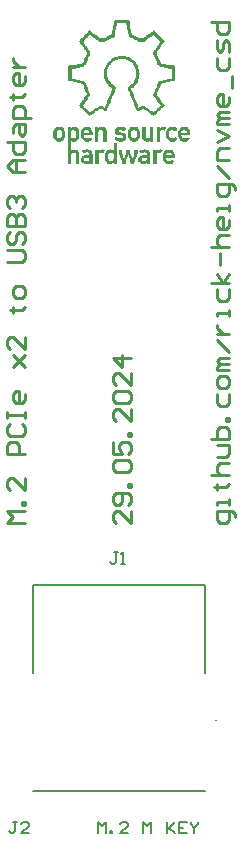
<source format=gto>
G04*
G04 #@! TF.GenerationSoftware,Altium Limited,Altium Designer,24.5.2 (23)*
G04*
G04 Layer_Color=65535*
%FSLAX44Y44*%
%MOMM*%
G71*
G04*
G04 #@! TF.SameCoordinates,01BA7047-8EBF-4B0B-9F07-F392ECF8FA2C*
G04*
G04*
G04 #@! TF.FilePolarity,Positive*
G04*
G01*
G75*
%ADD10C,0.1000*%
%ADD11C,0.2000*%
%ADD12C,0.2540*%
G36*
X118327Y732191D02*
X119000D01*
Y729500D01*
X119673D01*
Y725464D01*
X120345D01*
Y722101D01*
X121018D01*
Y720083D01*
X123036D01*
Y719410D01*
X124381D01*
Y718738D01*
X126399D01*
Y718065D01*
X127744D01*
Y717392D01*
X130435D01*
Y718065D01*
X131108D01*
Y718738D01*
X132453D01*
Y719410D01*
X133125D01*
Y720083D01*
X134471D01*
Y720756D01*
X135143D01*
Y721428D01*
X136489D01*
Y722101D01*
X137161D01*
Y722774D01*
X138507D01*
Y723446D01*
X139179D01*
Y724119D01*
X139852D01*
Y723446D01*
X140525D01*
Y722774D01*
X141197D01*
Y722101D01*
X141870D01*
Y721428D01*
X142542D01*
Y720756D01*
X143215D01*
Y720083D01*
X143888D01*
Y719410D01*
X144560D01*
Y718738D01*
X145233D01*
Y718065D01*
X145906D01*
Y717392D01*
X146578D01*
Y716720D01*
X147251D01*
Y716047D01*
X147924D01*
Y715375D01*
X148596D01*
Y714702D01*
X147924D01*
Y713357D01*
X147251D01*
Y712684D01*
X146578D01*
Y712011D01*
X145906D01*
Y710666D01*
X145233D01*
Y709993D01*
X144560D01*
Y708648D01*
X143888D01*
Y707975D01*
X143215D01*
Y706630D01*
X142542D01*
Y705957D01*
X141870D01*
Y703940D01*
X142542D01*
Y702594D01*
X143215D01*
Y701249D01*
Y700576D01*
X143888D01*
Y699231D01*
X144560D01*
Y697213D01*
X145233D01*
Y696541D01*
X145906D01*
Y695868D01*
X149942D01*
Y695195D01*
X153305D01*
Y694523D01*
X156668D01*
Y693850D01*
X157341D01*
Y681742D01*
X156668D01*
Y681070D01*
X153305D01*
Y680397D01*
X149942D01*
Y679725D01*
X146578D01*
Y679052D01*
X145233D01*
Y677034D01*
X144560D01*
Y675689D01*
X143888D01*
Y673671D01*
X143215D01*
Y672325D01*
X142542D01*
Y668962D01*
X143215D01*
Y667617D01*
X143888D01*
Y666944D01*
X144560D01*
Y665599D01*
X145233D01*
Y664926D01*
X145906D01*
Y663581D01*
X146578D01*
Y662908D01*
X147251D01*
Y661563D01*
X147924D01*
Y660891D01*
X148596D01*
Y660218D01*
X147924D01*
Y659545D01*
X147251D01*
Y658873D01*
X146578D01*
Y658200D01*
X145906D01*
Y657527D01*
X145233D01*
Y656855D01*
X144560D01*
Y656182D01*
X143888D01*
Y655509D01*
X143215D01*
Y654837D01*
X142542D01*
Y654164D01*
X141870D01*
Y653491D01*
X141197D01*
Y652819D01*
X140525D01*
Y652146D01*
X139852D01*
Y651473D01*
X139179D01*
Y652146D01*
X138507D01*
Y652819D01*
X137161D01*
Y653491D01*
X136489D01*
Y654164D01*
X135143D01*
Y654837D01*
X134471D01*
Y655509D01*
X133125D01*
Y656182D01*
X132453D01*
Y656855D01*
X131108D01*
Y657527D01*
X129090D01*
Y656855D01*
X127744D01*
Y656182D01*
X126399D01*
Y655509D01*
X125054D01*
Y656855D01*
X124381D01*
Y658873D01*
X123708D01*
Y660218D01*
X123036D01*
Y661563D01*
X122363D01*
Y663581D01*
X121691D01*
Y664926D01*
X121018D01*
Y666944D01*
X120345D01*
Y668290D01*
X119673D01*
Y669635D01*
X119000D01*
Y671653D01*
X118327D01*
Y672998D01*
X117655D01*
Y675016D01*
X116982D01*
Y675689D01*
X117655D01*
Y676361D01*
X118327D01*
Y677034D01*
X119000D01*
Y677707D01*
X120345D01*
Y678379D01*
X121018D01*
Y679052D01*
X121691D01*
Y679725D01*
X122363D01*
Y681070D01*
X123036D01*
Y682415D01*
X123708D01*
Y683760D01*
X124381D01*
Y691832D01*
X123708D01*
Y693177D01*
X123036D01*
Y694523D01*
X122363D01*
Y695195D01*
X121691D01*
Y696541D01*
X121018D01*
Y697213D01*
X119673D01*
Y697886D01*
X119000D01*
Y698558D01*
X117655D01*
Y699231D01*
X115637D01*
Y699904D01*
X108910D01*
Y699231D01*
X106892D01*
Y698558D01*
X105547D01*
Y697886D01*
X104874D01*
Y697213D01*
X104202D01*
Y696541D01*
X103529D01*
Y695868D01*
X102857D01*
Y695195D01*
X102184D01*
Y694523D01*
X101511D01*
Y693177D01*
X100839D01*
Y691159D01*
X100166D01*
Y684433D01*
X100839D01*
Y682415D01*
X101511D01*
Y681070D01*
X102184D01*
Y680397D01*
X102857D01*
Y679052D01*
X103529D01*
Y678379D01*
X104874D01*
Y677707D01*
X105547D01*
Y677034D01*
X106220D01*
Y676361D01*
X107565D01*
Y674343D01*
X106892D01*
Y672998D01*
X106220D01*
Y670980D01*
X105547D01*
Y669635D01*
X104874D01*
Y668290D01*
X104202D01*
Y666272D01*
X103529D01*
Y664926D01*
X102857D01*
Y662908D01*
X102184D01*
Y661563D01*
X101511D01*
Y660218D01*
X100839D01*
Y658200D01*
X100166D01*
Y656855D01*
X99493D01*
Y655509D01*
X98148D01*
Y656182D01*
X97475D01*
Y656855D01*
X96130D01*
Y657527D01*
X93440D01*
Y656855D01*
X92094D01*
Y656182D01*
X91422D01*
Y655509D01*
X90076D01*
Y654837D01*
X89404D01*
Y654164D01*
X88731D01*
Y653491D01*
X87386D01*
Y652819D01*
X86713D01*
Y652146D01*
X85368D01*
Y651473D01*
X84695D01*
Y652146D01*
X84023D01*
Y652819D01*
X83350D01*
Y653491D01*
X82677D01*
Y654164D01*
X82005D01*
Y654837D01*
X81332D01*
Y655509D01*
X80659D01*
Y656182D01*
X79987D01*
Y656855D01*
X79314D01*
Y657527D01*
X78641D01*
Y658200D01*
X77969D01*
Y658873D01*
X77296D01*
Y659545D01*
X76624D01*
Y660218D01*
X75951D01*
Y660891D01*
X76624D01*
Y661563D01*
X77296D01*
Y662908D01*
X77969D01*
Y663581D01*
X78641D01*
Y664926D01*
X79314D01*
Y665599D01*
X79987D01*
Y666272D01*
X80659D01*
Y667617D01*
X81332D01*
Y668290D01*
X82005D01*
Y669635D01*
X82677D01*
Y670980D01*
X82005D01*
Y672325D01*
X81332D01*
Y674343D01*
X80659D01*
Y675689D01*
X79987D01*
Y677707D01*
X79314D01*
Y679052D01*
X77969D01*
Y679725D01*
X74606D01*
Y680397D01*
X71242D01*
Y681070D01*
X67879D01*
Y681742D01*
X67207D01*
Y693850D01*
X67879D01*
Y694523D01*
X71242D01*
Y695195D01*
X74606D01*
Y695868D01*
X78641D01*
Y696541D01*
X79314D01*
Y697213D01*
X79987D01*
Y698558D01*
X80659D01*
Y700576D01*
X81332D01*
Y701922D01*
X82005D01*
Y703267D01*
X82677D01*
Y705957D01*
X82005D01*
Y707303D01*
X81332D01*
Y707975D01*
X80659D01*
Y708648D01*
X79987D01*
Y709993D01*
X79314D01*
Y710666D01*
X78641D01*
Y712011D01*
X77969D01*
Y712684D01*
X77296D01*
Y714029D01*
X76624D01*
Y714702D01*
X75951D01*
Y715375D01*
X76624D01*
Y716047D01*
X77296D01*
Y716720D01*
X77969D01*
Y717392D01*
X78641D01*
Y718065D01*
X79314D01*
Y718738D01*
X79987D01*
Y719410D01*
X80659D01*
Y720083D01*
X81332D01*
Y720756D01*
X82005D01*
Y721428D01*
X82677D01*
Y722101D01*
X83350D01*
Y722774D01*
X84023D01*
Y723446D01*
X84695D01*
Y724119D01*
X85368D01*
Y723446D01*
X86713D01*
Y722774D01*
X87386D01*
Y722101D01*
X88058D01*
Y721428D01*
X89404D01*
Y720756D01*
X90076D01*
Y720083D01*
X91422D01*
Y719410D01*
X92094D01*
Y718738D01*
X93440D01*
Y718065D01*
X94112D01*
Y717392D01*
X96803D01*
Y718065D01*
X98821D01*
Y718738D01*
X100166D01*
Y719410D01*
X101511D01*
Y720083D01*
X103529D01*
Y721428D01*
X104202D01*
Y724791D01*
X104874D01*
Y728827D01*
X105547D01*
Y732191D01*
X106220D01*
Y732863D01*
X118327D01*
Y732191D01*
D02*
G37*
G36*
X148596Y642057D02*
X149942D01*
Y640711D01*
X149269D01*
Y640039D01*
X148596D01*
Y639366D01*
X147924D01*
Y640039D01*
X145906D01*
Y639366D01*
X145233D01*
Y638693D01*
X144560D01*
Y629949D01*
X141870D01*
Y642729D01*
X144560D01*
Y641384D01*
X145233D01*
Y642057D01*
X145906D01*
Y642729D01*
X148596D01*
Y642057D01*
D02*
G37*
G36*
X96803D02*
X98148D01*
Y641384D01*
X98821D01*
Y640039D01*
X99493D01*
Y634658D01*
Y633985D01*
Y629949D01*
X96803D01*
Y638693D01*
X96130D01*
Y639366D01*
X95457D01*
Y640039D01*
X93440D01*
Y639366D01*
X92767D01*
Y638021D01*
X92094D01*
Y629949D01*
X90076D01*
Y630622D01*
X89404D01*
Y642057D01*
X90076D01*
Y642729D01*
X92094D01*
Y641384D01*
X92767D01*
Y642057D01*
X94112D01*
Y642729D01*
X96803D01*
Y642057D01*
D02*
G37*
G36*
X73260D02*
X74606D01*
Y641384D01*
X75278D01*
Y640711D01*
X75951D01*
Y631967D01*
X75278D01*
Y631294D01*
X74606D01*
Y630622D01*
X73260D01*
Y629949D01*
X70570D01*
Y630622D01*
X69224D01*
Y622550D01*
X69897D01*
Y623223D01*
X73933D01*
Y622550D01*
X75278D01*
Y621205D01*
X75951D01*
Y611115D01*
X73260D01*
Y620532D01*
X69897D01*
Y619859D01*
X69224D01*
Y611115D01*
X66534D01*
Y642729D01*
X68552D01*
Y642057D01*
X69224D01*
Y641384D01*
X69897D01*
Y642057D01*
X71242D01*
Y642729D01*
X73260D01*
Y642057D01*
D02*
G37*
G36*
X112946D02*
X114964D01*
Y641384D01*
X115637D01*
Y640039D01*
X114964D01*
Y639366D01*
X112946D01*
Y640039D01*
X109583D01*
Y638021D01*
X111601D01*
Y637348D01*
X114964D01*
Y636675D01*
X115637D01*
Y635330D01*
X116309D01*
Y631967D01*
X115637D01*
Y631294D01*
X114964D01*
Y630622D01*
X113619D01*
Y629949D01*
X109583D01*
Y630622D01*
X107565D01*
Y631294D01*
X106892D01*
Y631967D01*
X106220D01*
Y633312D01*
X106892D01*
Y633985D01*
X108238D01*
Y633312D01*
X109583D01*
Y632640D01*
X112946D01*
Y633312D01*
X113619D01*
Y634658D01*
X112274D01*
Y635330D01*
X108910D01*
Y636003D01*
X107565D01*
Y636675D01*
X106892D01*
Y640711D01*
X107565D01*
Y641384D01*
X108238D01*
Y642057D01*
X109583D01*
Y642729D01*
X112946D01*
Y642057D01*
D02*
G37*
G36*
X156668D02*
X158013D01*
Y641384D01*
X159359D01*
Y639366D01*
X158013D01*
Y638693D01*
X157341D01*
Y639366D01*
X155995D01*
Y640039D01*
X153977D01*
Y639366D01*
X153305D01*
Y638693D01*
X152632D01*
Y633985D01*
X153305D01*
Y633312D01*
X153977D01*
Y632640D01*
X155995D01*
Y633312D01*
X157341D01*
Y633985D01*
X158013D01*
Y633312D01*
X159359D01*
Y631294D01*
X158013D01*
Y630622D01*
X157341D01*
Y629949D01*
X153305D01*
Y630622D01*
X151959D01*
Y631294D01*
X151287D01*
Y631967D01*
X150614D01*
Y633312D01*
X149942D01*
Y639366D01*
X150614D01*
Y640711D01*
X151287D01*
Y641384D01*
X151959D01*
Y642057D01*
X153305D01*
Y642729D01*
X156668D01*
Y642057D01*
D02*
G37*
G36*
X139179Y635330D02*
Y634658D01*
Y629949D01*
X136489D01*
Y630622D01*
X135143D01*
Y629949D01*
X132453D01*
Y630622D01*
X131108D01*
Y631294D01*
X130435D01*
Y631967D01*
X129762D01*
Y642729D01*
X132453D01*
Y633312D01*
X133798D01*
Y632640D01*
X135143D01*
Y633312D01*
X136489D01*
Y642729D01*
X139179D01*
Y635330D01*
D02*
G37*
G36*
X166758Y642057D02*
X168103D01*
Y641384D01*
X168776D01*
Y640711D01*
X169448D01*
Y640039D01*
X170121D01*
Y635330D01*
X162722D01*
Y634658D01*
X163394D01*
Y633312D01*
X164067D01*
Y632640D01*
X166758D01*
Y633312D01*
X169448D01*
Y632640D01*
X170121D01*
Y631967D01*
X169448D01*
Y631294D01*
X168776D01*
Y630622D01*
X167430D01*
Y629949D01*
X163394D01*
Y630622D01*
X162049D01*
Y631294D01*
X161376D01*
Y631967D01*
X160704D01*
Y632640D01*
Y633985D01*
X160031D01*
Y638693D01*
X160704D01*
Y640039D01*
X161376D01*
Y641384D01*
X162722D01*
Y642057D01*
X163394D01*
Y642729D01*
X166758D01*
Y642057D01*
D02*
G37*
G36*
X124381D02*
X125726D01*
Y641384D01*
X126399D01*
Y640711D01*
X127072D01*
Y639366D01*
X127744D01*
Y633312D01*
X127072D01*
Y631967D01*
X126399D01*
Y631294D01*
X125726D01*
Y630622D01*
X124381D01*
Y629949D01*
X121018D01*
Y630622D01*
X119673D01*
Y631294D01*
X119000D01*
Y631967D01*
X118327D01*
Y632640D01*
X117655D01*
Y640039D01*
X118327D01*
Y640711D01*
X119000D01*
Y641384D01*
X119673D01*
Y642057D01*
X121018D01*
Y642729D01*
X124381D01*
Y642057D01*
D02*
G37*
G36*
X84023D02*
X85368D01*
Y641384D01*
X86713D01*
Y640039D01*
X87386D01*
Y638021D01*
X88058D01*
Y635330D01*
X80659D01*
Y633312D01*
X81332D01*
Y632640D01*
X84695D01*
Y633312D01*
X86713D01*
Y632640D01*
X87386D01*
Y631294D01*
X86040D01*
Y630622D01*
X84695D01*
Y629949D01*
X81332D01*
Y630622D01*
X79987D01*
Y631294D01*
X79314D01*
Y631967D01*
X78641D01*
Y632640D01*
X77969D01*
Y640039D01*
X78641D01*
Y640711D01*
X79314D01*
Y641384D01*
X79987D01*
Y642057D01*
X81332D01*
Y642729D01*
X84023D01*
Y642057D01*
D02*
G37*
G36*
X61153D02*
X62498D01*
Y641384D01*
X63171D01*
Y640711D01*
X63843D01*
Y639366D01*
X64516D01*
Y633312D01*
X63843D01*
Y631967D01*
X63171D01*
Y631294D01*
X62498D01*
Y630622D01*
X61153D01*
Y629949D01*
X57790D01*
Y630622D01*
X56444D01*
Y631294D01*
X55772D01*
Y631967D01*
X55099D01*
Y633312D01*
X54426D01*
Y639366D01*
X55099D01*
Y640711D01*
X55772D01*
Y641384D01*
X56444D01*
Y642057D01*
X57790D01*
Y642729D01*
X61153D01*
Y642057D01*
D02*
G37*
G36*
X145233Y623223D02*
X146578D01*
Y622550D01*
X147251D01*
Y621877D01*
X146578D01*
Y621205D01*
X145906D01*
Y620532D01*
X141870D01*
Y611115D01*
X138507D01*
Y623223D01*
X141870D01*
Y622550D01*
X142542D01*
Y623223D01*
X144560D01*
Y623895D01*
X145233D01*
Y623223D01*
D02*
G37*
G36*
X108238Y611115D02*
X105547D01*
Y611788D01*
X104202D01*
Y611115D01*
X100166D01*
Y611788D01*
X99493D01*
Y612460D01*
X98821D01*
Y613806D01*
X98148D01*
Y620532D01*
X98821D01*
Y621877D01*
X99493D01*
Y622550D01*
X100166D01*
Y623223D01*
X102184D01*
Y623895D01*
X102857D01*
Y623223D01*
X104874D01*
Y622550D01*
X105547D01*
Y628604D01*
X108238D01*
Y611115D01*
D02*
G37*
G36*
X96130Y623223D02*
X98148D01*
Y621877D01*
X97475D01*
Y620532D01*
X93440D01*
Y619859D01*
X92767D01*
Y611115D01*
X90076D01*
Y619859D01*
Y620532D01*
Y623223D01*
X92767D01*
Y622550D01*
X93440D01*
Y623223D01*
X95457D01*
Y623895D01*
X96130D01*
Y623223D01*
D02*
G37*
G36*
X126399Y621877D02*
X125726D01*
Y621205D01*
Y619187D01*
X125054D01*
Y617169D01*
X124381D01*
Y615151D01*
X123708D01*
Y613133D01*
X123036D01*
Y611115D01*
X120345D01*
Y611788D01*
X119673D01*
Y614478D01*
X119000D01*
Y616496D01*
X118327D01*
Y618514D01*
X117655D01*
Y617169D01*
X116982D01*
Y615151D01*
X116309D01*
Y612460D01*
X115637D01*
Y611115D01*
X112946D01*
Y612460D01*
X112274D01*
Y614478D01*
X111601D01*
Y616496D01*
X110928D01*
Y618514D01*
X110256D01*
Y620532D01*
X109583D01*
Y623223D01*
X112274D01*
Y621205D01*
X112946D01*
Y619187D01*
X113619D01*
Y616496D01*
X114964D01*
Y618514D01*
X115637D01*
Y620532D01*
X116309D01*
Y622550D01*
X116982D01*
Y623223D01*
X119000D01*
Y621877D01*
X119673D01*
Y619859D01*
X120345D01*
Y617841D01*
X121018D01*
Y615824D01*
X121691D01*
Y617169D01*
X122363D01*
Y619859D01*
X123036D01*
Y622550D01*
X123708D01*
Y623223D01*
X126399D01*
Y621877D01*
D02*
G37*
G36*
X152632Y623223D02*
X154650D01*
Y622550D01*
X155323D01*
Y621877D01*
X155995D01*
Y621205D01*
X156668D01*
Y619859D01*
X157341D01*
Y616496D01*
X156668D01*
Y615824D01*
X149942D01*
Y615151D01*
Y614478D01*
X150614D01*
Y613806D01*
X153977D01*
Y614478D01*
X155995D01*
Y613806D01*
X156668D01*
Y612460D01*
X155995D01*
Y611788D01*
X155323D01*
Y611115D01*
X149942D01*
Y611788D01*
X148596D01*
Y612460D01*
X147924D01*
Y613806D01*
X147251D01*
Y620532D01*
X147924D01*
Y621877D01*
X148596D01*
Y622550D01*
X149942D01*
Y623223D01*
X151959D01*
Y623895D01*
X152632D01*
Y623223D01*
D02*
G37*
G36*
X131780D02*
X134471D01*
Y622550D01*
X135143D01*
Y621877D01*
X135816D01*
Y621205D01*
X136489D01*
Y611115D01*
X133798D01*
Y611788D01*
X133125D01*
Y611115D01*
X128417D01*
Y611788D01*
X127744D01*
Y612460D01*
X127072D01*
Y613133D01*
X126399D01*
Y616496D01*
X127072D01*
Y617169D01*
X127744D01*
Y617841D01*
X129090D01*
Y618514D01*
X133798D01*
Y620532D01*
X131780D01*
Y621205D01*
X131108D01*
Y620532D01*
X127744D01*
Y621205D01*
X127072D01*
Y621877D01*
X127744D01*
Y622550D01*
X128417D01*
Y623223D01*
X131108D01*
Y623895D01*
X131780D01*
Y623223D01*
D02*
G37*
G36*
X83350D02*
X86040D01*
Y622550D01*
X86713D01*
Y621877D01*
X87386D01*
Y619187D01*
X88058D01*
Y618514D01*
Y611115D01*
X79987D01*
Y611788D01*
X78641D01*
Y612460D01*
X77969D01*
Y616496D01*
X78641D01*
Y617841D01*
X79987D01*
Y618514D01*
X84695D01*
Y620532D01*
X83350D01*
Y621205D01*
X82005D01*
Y620532D01*
X80659D01*
Y619859D01*
X79987D01*
Y620532D01*
X79314D01*
Y621205D01*
X78641D01*
Y622550D01*
X79314D01*
Y623223D01*
X82005D01*
Y623895D01*
X83350D01*
Y623223D01*
D02*
G37*
%LPC*%
G36*
X116309Y730173D02*
X108238D01*
Y728155D01*
X107565D01*
Y724119D01*
X106892D01*
Y720756D01*
X106220D01*
Y718738D01*
X105547D01*
Y718065D01*
X104874D01*
Y717392D01*
X102857D01*
Y716720D01*
X101511D01*
Y716047D01*
X99493D01*
Y715375D01*
X98148D01*
Y714702D01*
X96130D01*
Y714029D01*
X94112D01*
Y714702D01*
X92767D01*
Y715375D01*
X92094D01*
Y716047D01*
X90749D01*
Y716720D01*
X90076D01*
Y717392D01*
X89404D01*
Y718065D01*
X88058D01*
Y718738D01*
X87386D01*
Y719410D01*
X86040D01*
Y720083D01*
X84695D01*
Y719410D01*
X84023D01*
Y718738D01*
X83350D01*
Y718065D01*
X82677D01*
Y717392D01*
X82005D01*
Y716720D01*
X81332D01*
Y716047D01*
X80659D01*
Y715375D01*
X79987D01*
Y713357D01*
X80659D01*
Y712684D01*
X81332D01*
Y711339D01*
X82005D01*
Y710666D01*
X82677D01*
Y709321D01*
X83350D01*
Y708648D01*
X84023D01*
Y707303D01*
X84695D01*
Y706630D01*
X85368D01*
Y702594D01*
X84695D01*
Y701249D01*
X84023D01*
Y699231D01*
X83350D01*
Y697886D01*
X82677D01*
Y696541D01*
X82005D01*
Y695195D01*
X81332D01*
Y694523D01*
X80659D01*
Y693850D01*
X79987D01*
Y693177D01*
X76624D01*
Y692505D01*
X73260D01*
Y691832D01*
X69897D01*
Y683088D01*
X73933D01*
Y682415D01*
X77296D01*
Y681742D01*
X79987D01*
Y681070D01*
X80659D01*
Y680397D01*
X81332D01*
Y679725D01*
X82005D01*
Y677707D01*
X82677D01*
Y676361D01*
X83350D01*
Y674343D01*
X84023D01*
Y672998D01*
X84695D01*
Y670980D01*
X85368D01*
Y668962D01*
X84695D01*
Y667617D01*
X84023D01*
Y666272D01*
X83350D01*
Y665599D01*
X82677D01*
Y664254D01*
X82005D01*
Y663581D01*
X81332D01*
Y662236D01*
X80659D01*
Y661563D01*
X79987D01*
Y660891D01*
X79314D01*
Y660218D01*
X79987D01*
Y659545D01*
X80659D01*
Y658873D01*
X81332D01*
Y658200D01*
X82005D01*
Y657527D01*
X82677D01*
Y656855D01*
X83350D01*
Y656182D01*
X84023D01*
Y655509D01*
X84695D01*
Y654837D01*
X86040D01*
Y655509D01*
X87386D01*
Y656182D01*
X88058D01*
Y656855D01*
X88731D01*
Y657527D01*
X90076D01*
Y658200D01*
X90749D01*
Y658873D01*
X92094D01*
Y659545D01*
X92767D01*
Y660218D01*
X96130D01*
Y659545D01*
X97475D01*
Y658873D01*
X98148D01*
Y660218D01*
X98821D01*
Y661563D01*
X99493D01*
Y663581D01*
X100166D01*
Y664926D01*
X100839D01*
Y666944D01*
X101511D01*
Y668290D01*
X102184D01*
Y670307D01*
X102857D01*
Y671653D01*
X103529D01*
Y672998D01*
X104202D01*
Y675016D01*
X103529D01*
Y675689D01*
X102857D01*
Y676361D01*
X101511D01*
Y677034D01*
X100839D01*
Y678379D01*
X100166D01*
Y679052D01*
X99493D01*
Y679725D01*
X98821D01*
Y681742D01*
X98148D01*
Y683088D01*
X97475D01*
Y691159D01*
X98148D01*
Y693177D01*
X98821D01*
Y694523D01*
X99493D01*
Y695868D01*
X100166D01*
Y696541D01*
X100839D01*
Y697213D01*
X101511D01*
Y698558D01*
X102857D01*
Y699231D01*
X103529D01*
Y699904D01*
X104202D01*
Y700576D01*
X105547D01*
Y701249D01*
X106892D01*
Y701922D01*
X108910D01*
Y702594D01*
X115637D01*
Y701922D01*
X117655D01*
Y701249D01*
X119000D01*
Y700576D01*
X120345D01*
Y699904D01*
X121018D01*
Y699231D01*
X122363D01*
Y698558D01*
X123036D01*
Y697886D01*
X123708D01*
Y697213D01*
X124381D01*
Y695868D01*
X125054D01*
Y695195D01*
X125726D01*
Y693850D01*
X126399D01*
Y691832D01*
X127072D01*
Y687796D01*
X127744D01*
Y687123D01*
X127072D01*
Y683088D01*
X126399D01*
Y681070D01*
X125726D01*
Y679725D01*
X125054D01*
Y679052D01*
X124381D01*
Y677707D01*
X123708D01*
Y677034D01*
X123036D01*
Y676361D01*
X122363D01*
Y675689D01*
X121018D01*
Y675016D01*
X120345D01*
Y673671D01*
X121018D01*
Y671653D01*
X121691D01*
Y670307D01*
X122363D01*
Y668962D01*
X123036D01*
Y666944D01*
X123708D01*
Y665599D01*
X124381D01*
Y663581D01*
X125054D01*
Y662236D01*
X125726D01*
Y660218D01*
X126399D01*
Y658873D01*
X127072D01*
Y659545D01*
X128417D01*
Y660218D01*
X131780D01*
Y659545D01*
X132453D01*
Y658873D01*
X133798D01*
Y658200D01*
X134471D01*
Y657527D01*
X135816D01*
Y656855D01*
X136489D01*
Y656182D01*
X137834D01*
Y655509D01*
X138507D01*
Y654837D01*
X139852D01*
Y655509D01*
X140525D01*
Y656182D01*
X141197D01*
Y656855D01*
X141870D01*
Y657527D01*
X142542D01*
Y658200D01*
X143215D01*
Y658873D01*
X143888D01*
Y659545D01*
X144560D01*
Y660218D01*
X145233D01*
Y660891D01*
X144560D01*
Y661563D01*
X143888D01*
Y662908D01*
X143215D01*
Y663581D01*
X142542D01*
Y664926D01*
X141870D01*
Y665599D01*
X141197D01*
Y666944D01*
X140525D01*
Y667617D01*
X139852D01*
Y668962D01*
X139179D01*
Y670307D01*
X139852D01*
Y672325D01*
X140525D01*
Y674343D01*
X141197D01*
Y675689D01*
X141870D01*
Y677707D01*
X142542D01*
Y679052D01*
X143215D01*
Y680397D01*
X143888D01*
Y681070D01*
X144560D01*
Y681742D01*
X147251D01*
Y682415D01*
X150614D01*
Y683088D01*
X154650D01*
Y691832D01*
X151287D01*
Y692505D01*
X147924D01*
Y693177D01*
X144560D01*
Y693850D01*
X143888D01*
Y694523D01*
X143215D01*
Y695195D01*
X142542D01*
Y696541D01*
X141870D01*
Y698558D01*
X141197D01*
Y699904D01*
X140525D01*
Y701249D01*
X139852D01*
Y703267D01*
X139179D01*
Y705957D01*
X139852D01*
Y707303D01*
X140525D01*
Y707975D01*
X141197D01*
Y709321D01*
X141870D01*
Y709993D01*
X142542D01*
Y711339D01*
X143215D01*
Y712011D01*
X143888D01*
Y713357D01*
X144560D01*
Y714029D01*
X145233D01*
Y714702D01*
X144560D01*
Y715375D01*
X143888D01*
Y716047D01*
X143215D01*
Y716720D01*
X142542D01*
Y717392D01*
X141870D01*
Y718065D01*
X141197D01*
Y718738D01*
X140525D01*
Y719410D01*
X139852D01*
Y720083D01*
X138507D01*
Y719410D01*
X137834D01*
Y718738D01*
X136489D01*
Y718065D01*
X135816D01*
Y717392D01*
X134471D01*
Y716720D01*
X133798D01*
Y716047D01*
X132453D01*
Y715375D01*
X131780D01*
Y714702D01*
X130435D01*
Y714029D01*
X128417D01*
Y714702D01*
X126399D01*
Y715375D01*
X125054D01*
Y716047D01*
X123036D01*
Y716720D01*
X121691D01*
Y717392D01*
X120345D01*
Y718065D01*
X119000D01*
Y718738D01*
X118327D01*
Y721428D01*
X117655D01*
Y724791D01*
X116982D01*
Y728827D01*
X116309D01*
Y730173D01*
D02*
G37*
G36*
X71915Y640039D02*
X70570D01*
Y639366D01*
X69897D01*
Y638693D01*
X69224D01*
Y633312D01*
X70570D01*
Y632640D01*
X72588D01*
Y633312D01*
X73260D01*
Y639366D01*
X71915D01*
Y640039D01*
D02*
G37*
G36*
X166085D02*
X164067D01*
Y639366D01*
X163394D01*
Y638693D01*
X162722D01*
Y638021D01*
Y637348D01*
X167430D01*
Y638693D01*
X166758D01*
Y639366D01*
X166085D01*
Y640039D01*
D02*
G37*
G36*
X123708D02*
X121691D01*
Y639366D01*
X121018D01*
Y638693D01*
X120345D01*
Y638021D01*
Y637348D01*
Y633985D01*
X121018D01*
Y633312D01*
X121691D01*
Y632640D01*
X123708D01*
Y633312D01*
X124381D01*
Y633985D01*
X125054D01*
Y638693D01*
X124381D01*
Y639366D01*
X123708D01*
Y640039D01*
D02*
G37*
G36*
X84023D02*
X81332D01*
Y639366D01*
X80659D01*
Y637348D01*
X84695D01*
Y639366D01*
X84023D01*
Y640039D01*
D02*
G37*
G36*
X60480D02*
X58462D01*
Y639366D01*
X57790D01*
Y638693D01*
X57117D01*
Y633985D01*
X57790D01*
Y633312D01*
X58462D01*
Y632640D01*
X60480D01*
Y633312D01*
X61153D01*
Y633985D01*
X61825D01*
Y638693D01*
X61153D01*
Y639366D01*
X60480D01*
Y640039D01*
D02*
G37*
G36*
X104874Y620532D02*
X101511D01*
Y619187D01*
X100839D01*
Y615151D01*
X101511D01*
Y613806D01*
X104874D01*
Y615151D01*
X105547D01*
Y617841D01*
Y618514D01*
Y619187D01*
X104874D01*
Y620532D01*
D02*
G37*
G36*
X152632Y621205D02*
X151959D01*
Y620532D01*
X150614D01*
Y619859D01*
X149942D01*
Y618514D01*
X154650D01*
Y619187D01*
X153977D01*
Y620532D01*
X152632D01*
Y621205D01*
D02*
G37*
G36*
X133798Y615824D02*
X129090D01*
Y613806D01*
X133125D01*
Y614478D01*
X133798D01*
Y615824D01*
D02*
G37*
G36*
X84695D02*
X80659D01*
Y613806D01*
X84695D01*
Y615824D01*
D02*
G37*
%LPD*%
D10*
X192000Y140000D02*
G03*
X193000Y140000I500J0D01*
G01*
D02*
G03*
X192000Y140000I-500J0D01*
G01*
D11*
X37500Y180000D02*
Y254400D01*
X182500D01*
Y180000D02*
Y254400D01*
X37500Y79800D02*
X182500D01*
X92250Y44250D02*
Y54247D01*
X95582Y50915D01*
X98914Y54247D01*
Y44250D01*
X102247D02*
Y45916D01*
X103913D01*
Y44250D01*
X102247D01*
X117242D02*
X110577D01*
X117242Y50915D01*
Y52581D01*
X115576Y54247D01*
X112244D01*
X110577Y52581D01*
X130571Y44250D02*
Y54247D01*
X133903Y50915D01*
X137235Y54247D01*
Y44250D01*
X150564Y54247D02*
Y44250D01*
Y47582D01*
X157229Y54247D01*
X152231Y49248D01*
X157229Y44250D01*
X167226Y54247D02*
X160561D01*
Y44250D01*
X167226D01*
X160561Y49248D02*
X163894D01*
X170558Y54247D02*
Y52581D01*
X173890Y49248D01*
X177223Y52581D01*
Y54247D01*
X173890Y49248D02*
Y44250D01*
X23584Y54248D02*
X20252D01*
X21918D01*
Y45918D01*
X20252Y44252D01*
X18585D01*
X16919Y45918D01*
X33581Y44252D02*
X26916D01*
X33581Y50916D01*
Y52582D01*
X31915Y54248D01*
X28582D01*
X26916Y52582D01*
X108750Y282248D02*
X105418D01*
X107084D01*
Y273918D01*
X105418Y272252D01*
X103752D01*
X102086Y273918D01*
X112082Y272252D02*
X115414D01*
X113748D01*
Y282248D01*
X112082Y280582D01*
D12*
X207960Y312118D02*
Y314657D01*
X205421Y317197D01*
X192725D01*
Y309579D01*
X195264Y307040D01*
X200343D01*
X202882Y309579D01*
Y317197D01*
Y322275D02*
Y327353D01*
Y324814D01*
X192725D01*
Y322275D01*
X190186Y337510D02*
X192725D01*
Y334971D01*
Y340049D01*
Y337510D01*
X200343D01*
X202882Y340049D01*
X187647Y347667D02*
X202882D01*
X195264D01*
X192725Y350206D01*
Y355284D01*
X195264Y357824D01*
X202882D01*
X192725Y362902D02*
X200343D01*
X202882Y365441D01*
Y373059D01*
X192725D01*
X187647Y378137D02*
X202882D01*
Y385755D01*
X200343Y388294D01*
X197803D01*
X195264D01*
X192725Y385755D01*
Y378137D01*
X202882Y393372D02*
X200343D01*
Y395911D01*
X202882D01*
Y393372D01*
X192725Y416225D02*
Y408607D01*
X195264Y406068D01*
X200343D01*
X202882Y408607D01*
Y416225D01*
Y423842D02*
Y428921D01*
X200343Y431460D01*
X195264D01*
X192725Y428921D01*
Y423842D01*
X195264Y421303D01*
X200343D01*
X202882Y423842D01*
Y436538D02*
X192725D01*
Y439077D01*
X195264Y441616D01*
X202882D01*
X195264D01*
X192725Y444156D01*
X195264Y446695D01*
X202882D01*
Y451773D02*
X192725Y461930D01*
Y467008D02*
X202882D01*
X197803D01*
X195264Y469547D01*
X192725Y472087D01*
Y474626D01*
X202882Y482243D02*
Y487322D01*
Y484782D01*
X192725D01*
Y482243D01*
Y505096D02*
Y497478D01*
X195264Y494939D01*
X200343D01*
X202882Y497478D01*
Y505096D01*
Y510174D02*
X187647D01*
X197803D02*
X192725Y517792D01*
X197803Y510174D02*
X202882Y517792D01*
X195264Y525409D02*
Y535566D01*
X187647Y540644D02*
X202882D01*
X195264D01*
X192725Y543184D01*
Y548262D01*
X195264Y550801D01*
X202882D01*
Y563497D02*
Y558419D01*
X200343Y555880D01*
X195264D01*
X192725Y558419D01*
Y563497D01*
X195264Y566036D01*
X197803D01*
Y555880D01*
X202882Y571115D02*
Y576193D01*
Y573654D01*
X192725D01*
Y571115D01*
X207960Y588889D02*
Y591428D01*
X205421Y593967D01*
X192725D01*
Y586350D01*
X195264Y583810D01*
X200343D01*
X202882Y586350D01*
Y593967D01*
Y599045D02*
X192725Y609202D01*
X202882Y614281D02*
X192725D01*
Y621898D01*
X195264Y624437D01*
X202882D01*
X192725Y629516D02*
X202882Y634594D01*
X192725Y639672D01*
X202882Y644751D02*
X192725D01*
Y647290D01*
X195264Y649829D01*
X202882D01*
X195264D01*
X192725Y652368D01*
X195264Y654908D01*
X202882D01*
Y667603D02*
Y662525D01*
X200343Y659986D01*
X195264D01*
X192725Y662525D01*
Y667603D01*
X195264Y670143D01*
X197803D01*
Y659986D01*
X205421Y675221D02*
Y685378D01*
X192725Y700613D02*
Y692995D01*
X195264Y690456D01*
X200343D01*
X202882Y692995D01*
Y700613D01*
Y705691D02*
Y713309D01*
X200343Y715848D01*
X197803Y713309D01*
Y708230D01*
X195264Y705691D01*
X192725Y708230D01*
Y715848D01*
X187647Y731083D02*
X202882D01*
Y723465D01*
X200343Y720926D01*
X195264D01*
X192725Y723465D01*
Y731083D01*
X119960Y317197D02*
Y307040D01*
X109803Y317197D01*
X107264D01*
X104725Y314657D01*
Y309579D01*
X107264Y307040D01*
X117421Y322275D02*
X119960Y324814D01*
Y329893D01*
X117421Y332432D01*
X107264D01*
X104725Y329893D01*
Y324814D01*
X107264Y322275D01*
X109803D01*
X112343Y324814D01*
Y332432D01*
X119960Y337510D02*
X117421D01*
Y340049D01*
X119960D01*
Y337510D01*
X107264Y350206D02*
X104725Y352745D01*
Y357824D01*
X107264Y360363D01*
X117421D01*
X119960Y357824D01*
Y352745D01*
X117421Y350206D01*
X107264D01*
X104725Y375598D02*
Y365441D01*
X112343D01*
X109803Y370519D01*
Y373059D01*
X112343Y375598D01*
X117421D01*
X119960Y373059D01*
Y367980D01*
X117421Y365441D01*
X119960Y380676D02*
X117421D01*
Y383215D01*
X119960D01*
Y380676D01*
Y403529D02*
Y393372D01*
X109803Y403529D01*
X107264D01*
X104725Y400990D01*
Y395911D01*
X107264Y393372D01*
Y408607D02*
X104725Y411146D01*
Y416225D01*
X107264Y418764D01*
X117421D01*
X119960Y416225D01*
Y411146D01*
X117421Y408607D01*
X107264D01*
X119960Y433999D02*
Y423842D01*
X109803Y433999D01*
X107264D01*
X104725Y431460D01*
Y426381D01*
X107264Y423842D01*
X119960Y446695D02*
X104725D01*
X112343Y439077D01*
Y449234D01*
X30632Y307040D02*
X15397D01*
X20475Y312118D01*
X15397Y317197D01*
X30632D01*
Y322275D02*
X28093D01*
Y324814D01*
X30632D01*
Y322275D01*
Y345128D02*
Y334971D01*
X20475Y345128D01*
X17936D01*
X15397Y342589D01*
Y337510D01*
X17936Y334971D01*
X30632Y365441D02*
X15397D01*
Y373059D01*
X17936Y375598D01*
X23014D01*
X25553Y373059D01*
Y365441D01*
X17936Y390833D02*
X15397Y388294D01*
Y383215D01*
X17936Y380676D01*
X28093D01*
X30632Y383215D01*
Y388294D01*
X28093Y390833D01*
X15397Y395911D02*
Y400990D01*
Y398450D01*
X30632D01*
Y395911D01*
Y400990D01*
Y416225D02*
Y411146D01*
X28093Y408607D01*
X23014D01*
X20475Y411146D01*
Y416225D01*
X23014Y418764D01*
X25553D01*
Y408607D01*
X20475Y439077D02*
X30632Y449234D01*
X25553Y444156D01*
X20475Y449234D01*
X30632Y439077D01*
Y464469D02*
Y454312D01*
X20475Y464469D01*
X17936D01*
X15397Y461930D01*
Y456852D01*
X17936Y454312D01*
Y487322D02*
X20475D01*
Y484782D01*
Y489861D01*
Y487322D01*
X28093D01*
X30632Y489861D01*
Y500018D02*
Y505096D01*
X28093Y507635D01*
X23014D01*
X20475Y505096D01*
Y500018D01*
X23014Y497478D01*
X28093D01*
X30632Y500018D01*
X15397Y527948D02*
X28093D01*
X30632Y530488D01*
Y535566D01*
X28093Y538105D01*
X15397D01*
X17936Y553340D02*
X15397Y550801D01*
Y545723D01*
X17936Y543184D01*
X20475D01*
X23014Y545723D01*
Y550801D01*
X25553Y553340D01*
X28093D01*
X30632Y550801D01*
Y545723D01*
X28093Y543184D01*
X15397Y558419D02*
X30632D01*
Y566036D01*
X28093Y568575D01*
X25553D01*
X23014Y566036D01*
Y558419D01*
Y566036D01*
X20475Y568575D01*
X17936D01*
X15397Y566036D01*
Y558419D01*
X17936Y573654D02*
X15397Y576193D01*
Y581271D01*
X17936Y583811D01*
X20475D01*
X23014Y581271D01*
Y578732D01*
Y581271D01*
X25553Y583811D01*
X28093D01*
X30632Y581271D01*
Y576193D01*
X28093Y573654D01*
X30632Y604124D02*
X20475D01*
X15397Y609202D01*
X20475Y614281D01*
X30632D01*
X23014D01*
Y604124D01*
X15397Y629516D02*
X30632D01*
Y621898D01*
X28093Y619359D01*
X23014D01*
X20475Y621898D01*
Y629516D01*
Y637133D02*
Y642212D01*
X23014Y644751D01*
X30632D01*
Y637133D01*
X28093Y634594D01*
X25553Y637133D01*
Y644751D01*
X35710Y649829D02*
X20475D01*
Y657447D01*
X23014Y659986D01*
X28093D01*
X30632Y657447D01*
Y649829D01*
X17936Y667603D02*
X20475D01*
Y665064D01*
Y670143D01*
Y667603D01*
X28093D01*
X30632Y670143D01*
Y685378D02*
Y680299D01*
X28093Y677760D01*
X23014D01*
X20475Y680299D01*
Y685378D01*
X23014Y687917D01*
X25553D01*
Y677760D01*
X20475Y692995D02*
X30632D01*
X25553D01*
X23014Y695534D01*
X20475Y698074D01*
Y700613D01*
M02*

</source>
